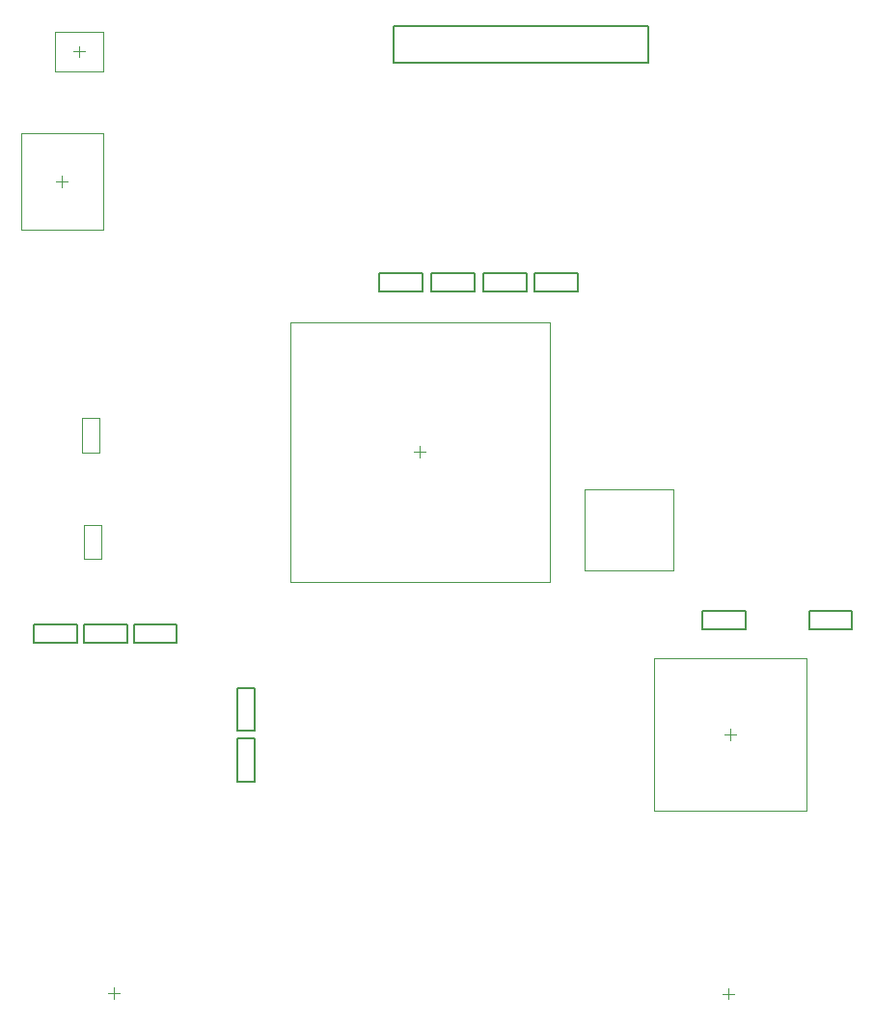
<source format=gbr>
%TF.GenerationSoftware,Altium Limited,Altium Designer,18.1.7 (191)*%
G04 Layer_Color=32768*
%FSLAX26Y26*%
%MOIN*%
%TF.FileFunction,Other,Mechanical_15*%
%TF.Part,Single*%
G01*
G75*
%TA.AperFunction,NonConductor*%
%ADD108C,0.003937*%
%ADD109C,0.007874*%
%ADD176C,0.001968*%
D108*
X1647756Y1996102D02*
Y2035472D01*
X1628072Y2015788D02*
X1667442D01*
X449528Y3398426D02*
X488898D01*
X469212Y3378740D02*
Y3418110D01*
X2699450Y1039212D02*
X2738820D01*
X2719134Y1019528D02*
Y1058898D01*
X391390Y2949134D02*
X430760D01*
X411074Y2929448D02*
Y2968818D01*
D109*
X2044134Y2633032D02*
X2193740D01*
Y2570039D02*
Y2633032D01*
X2044134Y2570039D02*
X2193740D01*
X2044134D02*
Y2633032D01*
X1865630D02*
X2015236D01*
Y2570039D02*
Y2633032D01*
X1865630Y2570039D02*
X2015236D01*
X1865630D02*
Y2633032D01*
X1505354D02*
X1654961D01*
Y2570039D02*
Y2633032D01*
X1505354Y2570039D02*
X1654961D01*
X1505354D02*
Y2633032D01*
X1686929D02*
X1836535D01*
Y2570039D02*
Y2633032D01*
X1686929Y2570039D02*
X1836535D01*
X1686929D02*
Y2633032D01*
X1557479Y3360059D02*
X2435432D01*
Y3488012D01*
X1557479D02*
X2435432D01*
X1557479Y3360059D02*
Y3488012D01*
X1015000Y1026260D02*
X1077992D01*
X1015000Y876654D02*
Y1026260D01*
Y876654D02*
X1077992D01*
Y1026260D01*
Y1051811D02*
Y1201417D01*
X1015000Y1051811D02*
X1077992D01*
X1015000D02*
Y1201417D01*
X1077992D01*
X658405Y1357421D02*
Y1420414D01*
Y1357421D02*
X808012D01*
Y1420414D01*
X658405D02*
X808012D01*
X486221Y1420433D02*
X635827D01*
Y1357441D02*
Y1420433D01*
X486221Y1357441D02*
X635827D01*
X486221D02*
Y1420433D01*
X2623898Y1403503D02*
Y1466495D01*
Y1403503D02*
X2773504D01*
Y1466495D01*
X2623898D02*
X2773504D01*
X313858Y1420433D02*
X463464D01*
Y1357441D02*
Y1420433D01*
X313858Y1357441D02*
X463464D01*
X313858D02*
Y1420433D01*
X2991614Y1402795D02*
Y1465787D01*
Y1402795D02*
X3141220D01*
Y1465787D01*
X2991614D02*
X3141220D01*
D176*
X479291Y2013780D02*
X539212D01*
X479291Y2132520D02*
X539212D01*
X479291Y2013780D02*
Y2132520D01*
X539212Y2013780D02*
Y2132520D01*
X485000Y1646181D02*
X544921D01*
X485000Y1764921D02*
X544921D01*
X485000Y1646181D02*
Y1764921D01*
X544921Y1646181D02*
Y1764921D01*
X2215039Y1885984D02*
X2524095D01*
Y1606457D02*
Y1885984D01*
X2215039Y1606457D02*
X2524095D01*
X2215039D02*
Y1885984D01*
X1198938Y1566968D02*
X2096574D01*
X1198938Y2464606D02*
X2096574D01*
Y1566968D02*
Y2464606D01*
X1198938Y1566968D02*
Y2464606D01*
X2692440Y144960D02*
X2731810D01*
X2712126Y125276D02*
Y164646D01*
X386536Y3329528D02*
Y3467322D01*
X551890Y3329528D02*
Y3467322D01*
X386536D02*
X551890D01*
X386536Y3329528D02*
X551890D01*
X588622Y127146D02*
Y166516D01*
X568936Y146830D02*
X608306D01*
X2982914Y775434D02*
Y1302992D01*
X2455354Y775434D02*
Y1302992D01*
X2982914D01*
X2455354Y775434D02*
X2982914D01*
X269342Y2781812D02*
Y3116456D01*
X552806Y2781812D02*
Y3116456D01*
X269342Y2781812D02*
X552806D01*
X269342Y3116456D02*
X552806D01*
%TF.MD5,3aa5f1f064f8929a2a664ab49c6104b7*%
M02*

</source>
